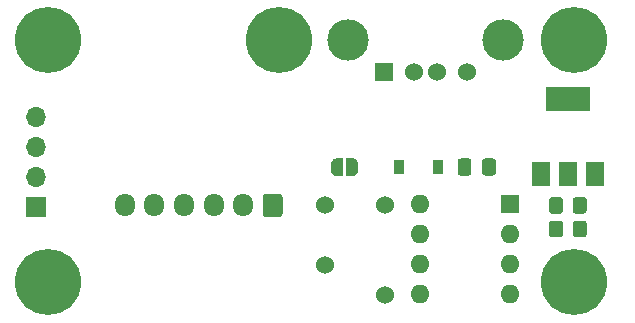
<source format=gbs>
G04 #@! TF.GenerationSoftware,KiCad,Pcbnew,5.1.9+dfsg1-1+deb11u1*
G04 #@! TF.CreationDate,2023-06-30T23:04:53+09:00*
G04 #@! TF.ProjectId,tablet-usb-adapter,7461626c-6574-42d7-9573-622d61646170,rev?*
G04 #@! TF.SameCoordinates,Original*
G04 #@! TF.FileFunction,Soldermask,Bot*
G04 #@! TF.FilePolarity,Negative*
%FSLAX46Y46*%
G04 Gerber Fmt 4.6, Leading zero omitted, Abs format (unit mm)*
G04 Created by KiCad (PCBNEW 5.1.9+dfsg1-1+deb11u1) date 2023-06-30 23:04:53*
%MOMM*%
%LPD*%
G01*
G04 APERTURE LIST*
%ADD10C,5.600000*%
%ADD11R,1.700000X1.700000*%
%ADD12O,1.700000X1.700000*%
%ADD13O,1.700000X1.950000*%
%ADD14C,3.500000*%
%ADD15R,1.524000X1.524000*%
%ADD16C,1.524000*%
%ADD17R,3.800000X2.000000*%
%ADD18R,1.500000X2.000000*%
%ADD19R,1.600000X1.600000*%
%ADD20O,1.600000X1.600000*%
%ADD21R,0.900000X1.200000*%
%ADD22C,0.100000*%
G04 APERTURE END LIST*
D10*
X119000000Y-67500000D03*
X99500000Y-88000000D03*
X144000000Y-88000000D03*
X144000000Y-67500000D03*
X99500000Y-67500000D03*
G36*
G01*
X145100000Y-81049999D02*
X145100000Y-81950001D01*
G75*
G02*
X144850001Y-82200000I-249999J0D01*
G01*
X144149999Y-82200000D01*
G75*
G02*
X143900000Y-81950001I0J249999D01*
G01*
X143900000Y-81049999D01*
G75*
G02*
X144149999Y-80800000I249999J0D01*
G01*
X144850001Y-80800000D01*
G75*
G02*
X145100000Y-81049999I0J-249999D01*
G01*
G37*
G36*
G01*
X143100000Y-81049999D02*
X143100000Y-81950001D01*
G75*
G02*
X142850001Y-82200000I-249999J0D01*
G01*
X142149999Y-82200000D01*
G75*
G02*
X141900000Y-81950001I0J249999D01*
G01*
X141900000Y-81049999D01*
G75*
G02*
X142149999Y-80800000I249999J0D01*
G01*
X142850001Y-80800000D01*
G75*
G02*
X143100000Y-81049999I0J-249999D01*
G01*
G37*
G36*
G01*
X134162500Y-78725000D02*
X134162500Y-77775000D01*
G75*
G02*
X134412500Y-77525000I250000J0D01*
G01*
X135087500Y-77525000D01*
G75*
G02*
X135337500Y-77775000I0J-250000D01*
G01*
X135337500Y-78725000D01*
G75*
G02*
X135087500Y-78975000I-250000J0D01*
G01*
X134412500Y-78975000D01*
G75*
G02*
X134162500Y-78725000I0J250000D01*
G01*
G37*
G36*
G01*
X136237500Y-78725000D02*
X136237500Y-77775000D01*
G75*
G02*
X136487500Y-77525000I250000J0D01*
G01*
X137162500Y-77525000D01*
G75*
G02*
X137412500Y-77775000I0J-250000D01*
G01*
X137412500Y-78725000D01*
G75*
G02*
X137162500Y-78975000I-250000J0D01*
G01*
X136487500Y-78975000D01*
G75*
G02*
X136237500Y-78725000I0J250000D01*
G01*
G37*
D11*
X98500000Y-81620000D03*
D12*
X98500000Y-79080000D03*
X98500000Y-76540000D03*
X98500000Y-74000000D03*
G36*
G01*
X119350000Y-80775000D02*
X119350000Y-82225000D01*
G75*
G02*
X119100000Y-82475000I-250000J0D01*
G01*
X117900000Y-82475000D01*
G75*
G02*
X117650000Y-82225000I0J250000D01*
G01*
X117650000Y-80775000D01*
G75*
G02*
X117900000Y-80525000I250000J0D01*
G01*
X119100000Y-80525000D01*
G75*
G02*
X119350000Y-80775000I0J-250000D01*
G01*
G37*
D13*
X116000000Y-81500000D03*
X113500000Y-81500000D03*
X111000000Y-81500000D03*
X108500000Y-81500000D03*
X106000000Y-81500000D03*
D14*
X138000000Y-67500000D03*
X124860000Y-67500000D03*
D15*
X127930000Y-70210000D03*
D16*
X130430000Y-70210000D03*
X132430000Y-70210000D03*
X134930000Y-70210000D03*
D17*
X143500000Y-72500000D03*
D18*
X143500000Y-78800000D03*
X141200000Y-78800000D03*
X145800000Y-78800000D03*
G36*
G01*
X143100000Y-83049999D02*
X143100000Y-83950001D01*
G75*
G02*
X142850001Y-84200000I-249999J0D01*
G01*
X142149999Y-84200000D01*
G75*
G02*
X141900000Y-83950001I0J249999D01*
G01*
X141900000Y-83049999D01*
G75*
G02*
X142149999Y-82800000I249999J0D01*
G01*
X142850001Y-82800000D01*
G75*
G02*
X143100000Y-83049999I0J-249999D01*
G01*
G37*
G36*
G01*
X145100000Y-83049999D02*
X145100000Y-83950001D01*
G75*
G02*
X144850001Y-84200000I-249999J0D01*
G01*
X144149999Y-84200000D01*
G75*
G02*
X143900000Y-83950001I0J249999D01*
G01*
X143900000Y-83049999D01*
G75*
G02*
X144149999Y-82800000I249999J0D01*
G01*
X144850001Y-82800000D01*
G75*
G02*
X145100000Y-83049999I0J-249999D01*
G01*
G37*
D19*
X138620000Y-81380000D03*
D20*
X131000000Y-89000000D03*
X138620000Y-83920000D03*
X131000000Y-86460000D03*
X138620000Y-86460000D03*
X131000000Y-83920000D03*
X138620000Y-89000000D03*
X131000000Y-81380000D03*
D21*
X129200000Y-78250000D03*
X132500000Y-78250000D03*
D16*
X122920000Y-81500000D03*
X128000000Y-81500000D03*
X122920000Y-86580000D03*
X128000000Y-89120000D03*
D22*
G36*
X124750000Y-77500000D02*
G01*
X125250000Y-77500000D01*
X125250000Y-77500602D01*
X125274534Y-77500602D01*
X125323365Y-77505412D01*
X125371490Y-77514984D01*
X125418445Y-77529228D01*
X125463778Y-77548005D01*
X125507051Y-77571136D01*
X125547850Y-77598396D01*
X125585779Y-77629524D01*
X125620476Y-77664221D01*
X125651604Y-77702150D01*
X125678864Y-77742949D01*
X125701995Y-77786222D01*
X125720772Y-77831555D01*
X125735016Y-77878510D01*
X125744588Y-77926635D01*
X125749398Y-77975466D01*
X125749398Y-78000000D01*
X125750000Y-78000000D01*
X125750000Y-78500000D01*
X125749398Y-78500000D01*
X125749398Y-78524534D01*
X125744588Y-78573365D01*
X125735016Y-78621490D01*
X125720772Y-78668445D01*
X125701995Y-78713778D01*
X125678864Y-78757051D01*
X125651604Y-78797850D01*
X125620476Y-78835779D01*
X125585779Y-78870476D01*
X125547850Y-78901604D01*
X125507051Y-78928864D01*
X125463778Y-78951995D01*
X125418445Y-78970772D01*
X125371490Y-78985016D01*
X125323365Y-78994588D01*
X125274534Y-78999398D01*
X125250000Y-78999398D01*
X125250000Y-79000000D01*
X124750000Y-79000000D01*
X124750000Y-77500000D01*
G37*
G36*
X123950000Y-78999398D02*
G01*
X123925466Y-78999398D01*
X123876635Y-78994588D01*
X123828510Y-78985016D01*
X123781555Y-78970772D01*
X123736222Y-78951995D01*
X123692949Y-78928864D01*
X123652150Y-78901604D01*
X123614221Y-78870476D01*
X123579524Y-78835779D01*
X123548396Y-78797850D01*
X123521136Y-78757051D01*
X123498005Y-78713778D01*
X123479228Y-78668445D01*
X123464984Y-78621490D01*
X123455412Y-78573365D01*
X123450602Y-78524534D01*
X123450602Y-78500000D01*
X123450000Y-78500000D01*
X123450000Y-78000000D01*
X123450602Y-78000000D01*
X123450602Y-77975466D01*
X123455412Y-77926635D01*
X123464984Y-77878510D01*
X123479228Y-77831555D01*
X123498005Y-77786222D01*
X123521136Y-77742949D01*
X123548396Y-77702150D01*
X123579524Y-77664221D01*
X123614221Y-77629524D01*
X123652150Y-77598396D01*
X123692949Y-77571136D01*
X123736222Y-77548005D01*
X123781555Y-77529228D01*
X123828510Y-77514984D01*
X123876635Y-77505412D01*
X123925466Y-77500602D01*
X123950000Y-77500602D01*
X123950000Y-77500000D01*
X124450000Y-77500000D01*
X124450000Y-79000000D01*
X123950000Y-79000000D01*
X123950000Y-78999398D01*
G37*
M02*

</source>
